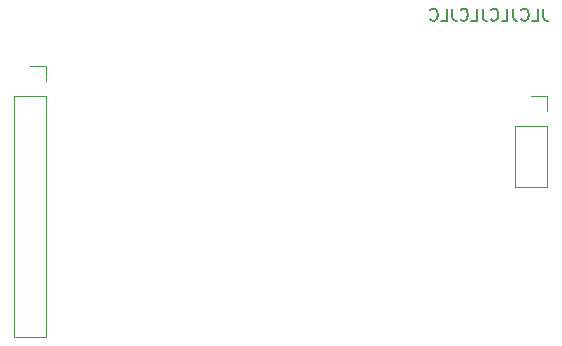
<source format=gbr>
%TF.GenerationSoftware,KiCad,Pcbnew,(6.0.0-0)*%
%TF.CreationDate,2022-03-20T10:52:17-04:00*%
%TF.ProjectId,ADC-smal,4144432d-736d-4616-9c2e-6b696361645f,rev?*%
%TF.SameCoordinates,Original*%
%TF.FileFunction,Legend,Bot*%
%TF.FilePolarity,Positive*%
%FSLAX46Y46*%
G04 Gerber Fmt 4.6, Leading zero omitted, Abs format (unit mm)*
G04 Created by KiCad (PCBNEW (6.0.0-0)) date 2022-03-20 10:52:17*
%MOMM*%
%LPD*%
G01*
G04 APERTURE LIST*
%ADD10C,0.150000*%
%ADD11C,0.120000*%
G04 APERTURE END LIST*
D10*
X149653047Y-46188380D02*
X149653047Y-46902666D01*
X149700666Y-47045523D01*
X149795904Y-47140761D01*
X149938761Y-47188380D01*
X150034000Y-47188380D01*
X148700666Y-47188380D02*
X149176857Y-47188380D01*
X149176857Y-46188380D01*
X147795904Y-47093142D02*
X147843523Y-47140761D01*
X147986380Y-47188380D01*
X148081619Y-47188380D01*
X148224476Y-47140761D01*
X148319714Y-47045523D01*
X148367333Y-46950285D01*
X148414952Y-46759809D01*
X148414952Y-46616952D01*
X148367333Y-46426476D01*
X148319714Y-46331238D01*
X148224476Y-46236000D01*
X148081619Y-46188380D01*
X147986380Y-46188380D01*
X147843523Y-46236000D01*
X147795904Y-46283619D01*
X147081619Y-46188380D02*
X147081619Y-46902666D01*
X147129238Y-47045523D01*
X147224476Y-47140761D01*
X147367333Y-47188380D01*
X147462571Y-47188380D01*
X146129238Y-47188380D02*
X146605428Y-47188380D01*
X146605428Y-46188380D01*
X145224476Y-47093142D02*
X145272095Y-47140761D01*
X145414952Y-47188380D01*
X145510190Y-47188380D01*
X145653047Y-47140761D01*
X145748285Y-47045523D01*
X145795904Y-46950285D01*
X145843523Y-46759809D01*
X145843523Y-46616952D01*
X145795904Y-46426476D01*
X145748285Y-46331238D01*
X145653047Y-46236000D01*
X145510190Y-46188380D01*
X145414952Y-46188380D01*
X145272095Y-46236000D01*
X145224476Y-46283619D01*
X144510190Y-46188380D02*
X144510190Y-46902666D01*
X144557809Y-47045523D01*
X144653047Y-47140761D01*
X144795904Y-47188380D01*
X144891142Y-47188380D01*
X143557809Y-47188380D02*
X144034000Y-47188380D01*
X144034000Y-46188380D01*
X142653047Y-47093142D02*
X142700666Y-47140761D01*
X142843523Y-47188380D01*
X142938761Y-47188380D01*
X143081619Y-47140761D01*
X143176857Y-47045523D01*
X143224476Y-46950285D01*
X143272095Y-46759809D01*
X143272095Y-46616952D01*
X143224476Y-46426476D01*
X143176857Y-46331238D01*
X143081619Y-46236000D01*
X142938761Y-46188380D01*
X142843523Y-46188380D01*
X142700666Y-46236000D01*
X142653047Y-46283619D01*
X141938761Y-46188380D02*
X141938761Y-46902666D01*
X141986380Y-47045523D01*
X142081619Y-47140761D01*
X142224476Y-47188380D01*
X142319714Y-47188380D01*
X140986380Y-47188380D02*
X141462571Y-47188380D01*
X141462571Y-46188380D01*
X140081619Y-47093142D02*
X140129238Y-47140761D01*
X140272095Y-47188380D01*
X140367333Y-47188380D01*
X140510190Y-47140761D01*
X140605428Y-47045523D01*
X140653047Y-46950285D01*
X140700666Y-46759809D01*
X140700666Y-46616952D01*
X140653047Y-46426476D01*
X140605428Y-46331238D01*
X140510190Y-46236000D01*
X140367333Y-46188380D01*
X140272095Y-46188380D01*
X140129238Y-46236000D01*
X140081619Y-46283619D01*
D11*
%TO.C,J2*%
X107502000Y-73984000D02*
X104842000Y-73984000D01*
X107502000Y-53604000D02*
X107502000Y-73984000D01*
X104842000Y-53604000D02*
X104842000Y-73984000D01*
X107502000Y-53604000D02*
X104842000Y-53604000D01*
X107502000Y-52334000D02*
X107502000Y-51004000D01*
X107502000Y-51004000D02*
X106172000Y-51004000D01*
%TO.C,J1*%
X149920000Y-54879000D02*
X149920000Y-53549000D01*
X149920000Y-61289000D02*
X147260000Y-61289000D01*
X149920000Y-56149000D02*
X149920000Y-61289000D01*
X149920000Y-56149000D02*
X147260000Y-56149000D01*
X147260000Y-56149000D02*
X147260000Y-61289000D01*
X149920000Y-53549000D02*
X148590000Y-53549000D01*
%TD*%
M02*

</source>
